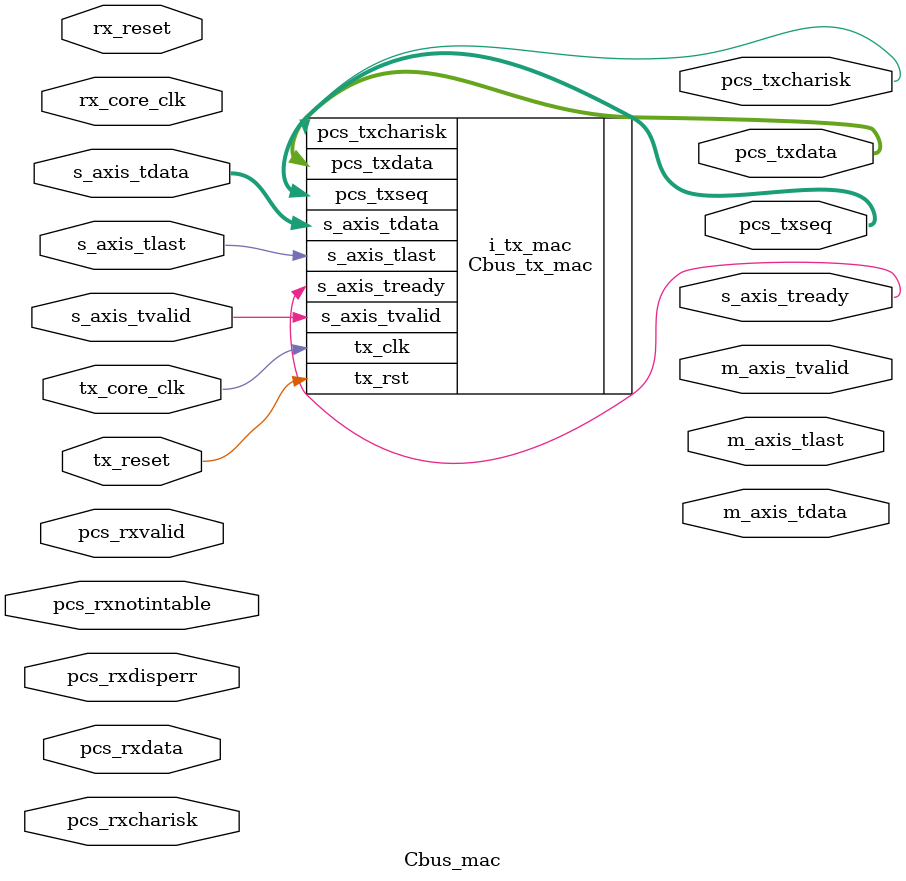
<source format=sv>
/*
Copyright (c) 2019 Chengdu JinZhiLi Technology Co., Ltd.
All rights reserved.
*/

`timescale 1 ns / 1 ps
`default_nettype none

(* keep_hierarchy="yes" *)
module Cbus_mac (
    input  wire       tx_core_clk     ,
    input  wire       rx_core_clk     ,
    //
    input  wire       tx_reset        ,
    input  wire       rx_reset        ,
    // TX AXIS
    input  wire [7:0] s_axis_tdata    ,
    input  wire       s_axis_tvalid   ,
    input  wire       s_axis_tlast    ,
    output wire       s_axis_tready   ,
    // RX AXIS
    output wire [7:0] m_axis_tdata    ,
    output wire       m_axis_tvalid   ,
    output wire       m_axis_tlast    ,
    // To TX PCS
    output wire [7:0] pcs_txdata      , // TX Data
    output wire       pcs_txcharisk   , // TX Char is Key
    output wire [3:0] pcs_txseq       , // TX Sequence
    // From RX PCS
    input  wire [7:0] pcs_rxdata      , // RX Data
    input  wire       pcs_rxcharisk   , // RX Char is Key
    input  wire       pcs_rxdisperr   , // RX Disp Error
    input  wire       pcs_rxnotintable, // RX Not in Table
    input  wire       pcs_rxvalid       // RX Valid
);

    Cbus_tx_mac i_tx_mac (
        .tx_clk       (tx_core_clk  ),
        .tx_rst       (tx_reset     ),
        //
        .s_axis_tdata (s_axis_tdata ),
        .s_axis_tvalid(s_axis_tvalid),
        .s_axis_tlast (s_axis_tlast ),
        .s_axis_tready(s_axis_tready),
        //
        .pcs_txdata   (pcs_txdata   ),
        .pcs_txcharisk(pcs_txcharisk),
        .pcs_txseq    (pcs_txseq    )
    );


endmodule

</source>
